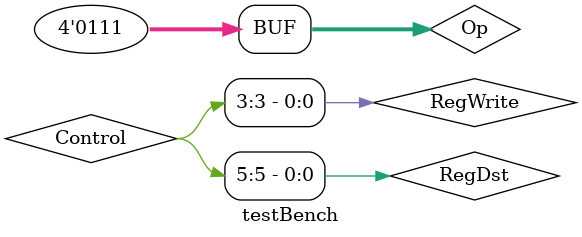
<source format=v>
`include "mips-r-type_addi.v"

module testBench;
	 // input
	 reg [3:0] Op;
	 // output
	 wire [5:0] Control;
	 // Assign array to individual output
	 wire RegDst, ALUsrc, RegWrite;
	 wire [2:0] ALUCtl;
	 assign {RegDst, ALUsrc, RegWrite, ALUCtl[2:0]} = Control;



   // module
	 //MainControl MainCon (Op, {RegDst, ALUsrc, RegWrite, Control});
	 MainControl MainCon (Op, Control);

   initial
      begin
         // input: add(0000),  output: 1 0 1 010
			       Op = 4'b0000;
				 // input: sub(0001),  output: 1 0 1 110
			   #10 Op = 4'b0001;
				 // input: and(0010),  output: 1 0 1 000
			   #10 Op = 4'b0010;
				 // input: or(0011),   output: 1 0 1 001
				 #10 Op = 4'b0011;
				 // input: addi(0100), output: 0 1 1 010
				 #10 Op = 4'b0100;
				 // input: slt(0111),  output: 1 0 1 111
				 #10 Op = 4'b0111;

      end

   initial
			begin
		     $display ("Op     RegDst    ALUsrc   RegWrite     ALUCtl");
         $monitor ("%b        %b         %b          %b        %b",
		     Op, RegDst, ALUsrc, RegWrite, ALUCtl[2:0]);
				 //Op, Control);
		  end

endmodule

</source>
